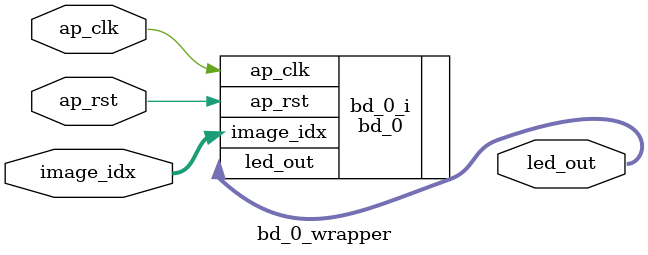
<source format=v>
`timescale 1 ps / 1 ps

module bd_0_wrapper
   (ap_clk,
    ap_rst,
    image_idx,
    led_out);
  input ap_clk;
  input ap_rst;
  input [3:0]image_idx;
  output [3:0]led_out;

  wire ap_clk;
  wire ap_rst;
  wire [3:0]image_idx;
  wire [3:0]led_out;

  bd_0 bd_0_i
       (.ap_clk(ap_clk),
        .ap_rst(ap_rst),
        .image_idx(image_idx),
        .led_out(led_out));
endmodule

</source>
